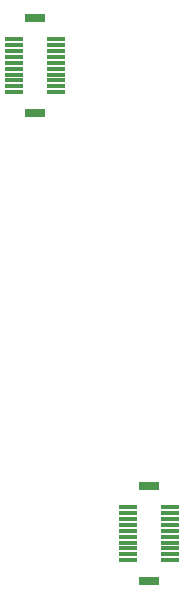
<source format=gbp>
G04 #@! TF.GenerationSoftware,KiCad,Pcbnew,(5.0.0)*
G04 #@! TF.CreationDate,2019-01-09T16:39:40-03:00*
G04 #@! TF.ProjectId,PCB_B,5043425F422E6B696361645F70636200,rev?*
G04 #@! TF.SameCoordinates,Original*
G04 #@! TF.FileFunction,Paste,Bot*
G04 #@! TF.FilePolarity,Positive*
%FSLAX46Y46*%
G04 Gerber Fmt 4.6, Leading zero omitted, Abs format (unit mm)*
G04 Created by KiCad (PCBNEW (5.0.0)) date 01/09/19 16:39:40*
%MOMM*%
%LPD*%
G01*
G04 APERTURE LIST*
%ADD10R,1.600000X0.300000*%
%ADD11R,1.800000X0.800000*%
G04 APERTURE END LIST*
D10*
G04 #@! TO.C,J1*
X1850000Y20250000D03*
X1850000Y20750000D03*
X-1750000Y23250000D03*
D11*
X50000Y26000000D03*
D10*
X-1750000Y19750000D03*
X1850000Y19750000D03*
X-1750000Y20250000D03*
X-1750000Y24250000D03*
X-1750000Y22250000D03*
D11*
X50000Y18000000D03*
D10*
X-1750000Y20750000D03*
X-1750000Y22750000D03*
X-1750000Y21250000D03*
X-1750000Y23750000D03*
X-1750000Y21750000D03*
X1850000Y21250000D03*
X1850000Y21750000D03*
X1850000Y22250000D03*
X1850000Y22750000D03*
X1850000Y24250000D03*
X1850000Y23250000D03*
X1850000Y23750000D03*
X7900000Y-15877600D03*
X7900000Y-16377600D03*
X11500000Y-18877600D03*
D11*
X9700000Y-21627600D03*
D10*
X11500000Y-15377600D03*
X7900000Y-15377600D03*
X11500000Y-15877600D03*
X11500000Y-19877600D03*
X11500000Y-17877600D03*
D11*
X9700000Y-13627600D03*
D10*
X11500000Y-16377600D03*
X11500000Y-18377600D03*
X11500000Y-16877600D03*
X11500000Y-19377600D03*
X11500000Y-17377600D03*
X7900000Y-16877600D03*
X7900000Y-17377600D03*
X7900000Y-17877600D03*
X7900000Y-18377600D03*
X7900000Y-19877600D03*
X7900000Y-18877600D03*
X7900000Y-19377600D03*
G04 #@! TD*
M02*

</source>
